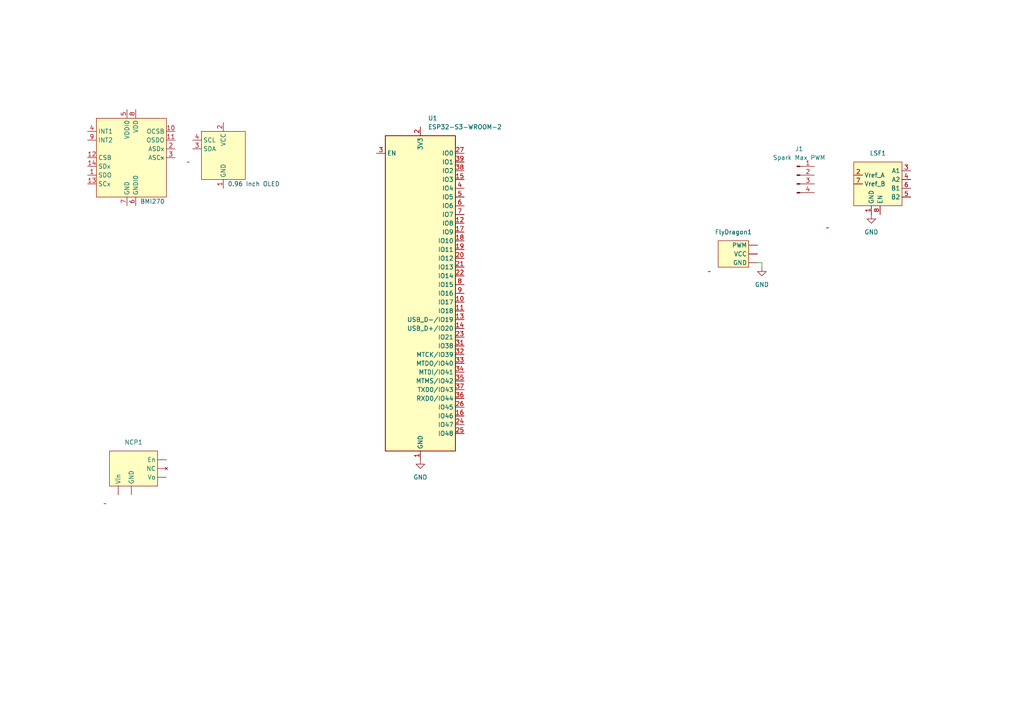
<source format=kicad_sch>
(kicad_sch (version 20230121) (generator eeschema)
  (paper "A4")
  (lib_symbols
    (symbol "0.96InchOLED:0.96_Inch_OLED"
      (property "Reference" "U" (at 2.54 7.62 0))
      (symbol "0.96_Inch_OLED_1_1"
        (rectangle (start -6.35 6.35) (end 6.35 -7.62) (fill (type background)))
        (text "0.96 Inch OLED" (at 1.27 -8.89 0) (effects (font (size 1.27 1.27)) (justify left)))
        (pin power_in line (at 0 -10.16 90) (length 2.54) (name "GND") (number "1"))
        (pin power_in line (at 0 8.89 270) (length 2.54) (name "VCC") (number "2"))
        (pin bidirectional line (at -8.89 1.27 0) (length 2.54) (name "SDA") (number "3"))
        (pin input line (at -8.89 3.81 0) (length 2.54) (name "SCL") (number "4"))
      )
    )
    (symbol "BMI270:BMI270"
      (property "Reference" "U" (at 5.08 13.97 0))
      (symbol "BMI270_1_1"
        (rectangle (start -10.16 12.7) (end 10.16 -10.16) (fill (type background)))
        (text "BMI270" (at 2.54 -11.43 0) (effects (font (size 1.27 1.27)) (justify left)))
        (pin bidirectional line (at -12.7 -3.81 0) (length 2.54) (name "SDO") (number "1"))
        (pin input line (at 12.7 8.89 180) (length 2.54) (name "OCSB") (number "10"))
        (pin output line (at 12.7 6.35 180) (length 2.54) (name "OSDO") (number "11"))
        (pin output line (at -12.7 1.27 0) (length 2.54) (name "CSB") (number "12"))
        (pin input line (at -12.7 -6.35 0) (length 2.54) (name "SCx") (number "13"))
        (pin bidirectional line (at -12.7 -1.27 0) (length 2.54) (name "SDx") (number "14"))
        (pin bidirectional line (at 12.7 3.81 180) (length 2.54) (name "ASDx") (number "2"))
        (pin bidirectional line (at 12.7 1.27 180) (length 2.54) (name "ASCx") (number "3"))
        (pin bidirectional line (at -12.7 8.89 0) (length 2.54) (name "INT1") (number "4"))
        (pin power_in line (at -1.27 15.24 270) (length 2.54) (name "VDDI0") (number "5"))
        (pin power_in line (at 1.27 -12.7 90) (length 2.54) (name "GNDI0") (number "6"))
        (pin power_in line (at -1.27 -12.7 90) (length 2.54) (name "GND") (number "7"))
        (pin power_in line (at 1.27 15.24 270) (length 2.54) (name "VDD") (number "8"))
        (pin bidirectional line (at -12.7 6.35 0) (length 2.54) (name "INT2") (number "9"))
      )
    )
    (symbol "Connector:Conn_01x04_Pin" (pin_names (offset 1.016) hide)
      (property "Reference" "J" (at 0 5.08 0))
      (property "Value" "Conn_01x04_Pin" (at 0 -7.62 0))
      (symbol "Conn_01x04_Pin_1_1"
        (polyline (pts (xy 1.27 -5.08) (xy 0.8636 -5.08)) (stroke (width 0.1524)))
        (polyline (pts (xy 1.27 -2.54) (xy 0.8636 -2.54)) (stroke (width 0.1524)))
        (polyline (pts (xy 1.27 0) (xy 0.8636 0)) (stroke (width 0.1524)))
        (polyline (pts (xy 1.27 2.54) (xy 0.8636 2.54)) (stroke (width 0.1524)))
        (rectangle (start 0.8636 -4.953) (end 0 -5.207) (stroke (width 0.1524)) (fill (type outline)))
        (rectangle (start 0.8636 -2.413) (end 0 -2.667) (stroke (width 0.1524)) (fill (type outline)))
        (rectangle (start 0.8636 0.127) (end 0 -0.127) (stroke (width 0.1524)) (fill (type outline)))
        (rectangle (start 0.8636 2.667) (end 0 2.413) (stroke (width 0.1524)) (fill (type outline)))
        (pin passive line (at 5.08 2.54 180) (length 3.81) (name "Pin_1") (number "1"))
        (pin passive line (at 5.08 0 180) (length 3.81) (name "Pin_2") (number "2"))
        (pin passive line (at 5.08 -2.54 180) (length 3.81) (name "Pin_3") (number "3"))
        (pin passive line (at 5.08 -5.08 180) (length 3.81) (name "Pin_4") (number "4"))
      )
    )
    (symbol "FlyDragon:FlyDragon"
      (property "Reference" "FlyDragon" (at -1.27 -1.27 0))
      (symbol "FlyDragon_1_1"
        (rectangle (start -6.35 7.62) (end 2.54 0) (fill (type background)))
        (pin power_in line (at 5.08 1.27 180) (length 2.54) (name "GND") (number ""))
        (pin input line (at 5.08 6.35 180) (length 2.54) (name "PWM") (number ""))
        (pin power_in line (at 5.08 3.81 180) (length 2.54) (name "VCC") (number ""))
      )
    )
    (symbol "LSF0102:LSF0102"
      (property "Reference" "LSF0102" (at -8.89 -1.27 0))
      (symbol "LSF0102_1_1"
        (rectangle (start -7.62 12.7) (end 6.35 0) (fill (type background)))
        (pin power_in line (at -2.54 -2.54 90) (length 2.54) (name "GND") (number "1"))
        (pin power_in line (at -7.62 8.89 0) (length 2.54) (name "Vref_A") (number "2"))
        (pin bidirectional line (at 8.89 10.16 180) (length 2.54) (name "A1") (number "3"))
        (pin bidirectional line (at 8.89 7.62 180) (length 2.54) (name "A2") (number "4"))
        (pin bidirectional line (at 8.89 2.54 180) (length 2.54) (name "B2") (number "5"))
        (pin bidirectional line (at 8.89 5.08 180) (length 2.54) (name "B1") (number "6"))
        (pin power_in line (at -7.62 6.35 0) (length 2.54) (name "Vref_B") (number "7"))
        (pin input line (at 0 -2.54 90) (length 2.54) (name "EN") (number "8"))
      )
    )
    (symbol "NCP551:NCP551"
      (property "Reference" "NCP551" (at 7.62 -2.54 0))
      (symbol "NCP551_1_1"
        (rectangle (start -5.08 10.16) (end 8.89 0) (fill (type background)))
        (pin input line (at 11.43 7.62 180) (length 2.54) (name "En") (number ""))
        (pin power_in line (at 1.27 -2.54 90) (length 2.54) (name "GND") (number ""))
        (pin no_connect line (at 11.43 5.08 180) (length 2.54) (name "NC") (number ""))
        (pin power_in line (at -2.54 -2.54 90) (length 2.54) (name "Vin") (number ""))
        (pin power_out line (at 11.43 2.54 180) (length 2.54) (name "Vo") (number ""))
      )
    )
    (symbol "RF_Module:ESP32-S3-WROOM-2"
      (property "Reference" "U" (at -10.16 45.72 0))
      (property "Value" "ESP32-S3-WROOM-2" (at 2.54 45.72 0))
      (symbol "ESP32-S3-WROOM-2_0_1"
        (rectangle (start -10.16 45.72) (end 10.16 -45.72) (stroke (width 0.254)) (fill (type background)))
      )
      (symbol "ESP32-S3-WROOM-2_1_1"
        (pin power_in line (at 0 -48.26 90) (length 2.54) (name "GND") (number "1"))
        (pin bidirectional line (at 12.7 -2.54 180) (length 2.54) (name "IO17") (number "10"))
        (pin bidirectional line (at 12.7 -5.08 180) (length 2.54) (name "IO18") (number "11"))
        (pin bidirectional line (at 12.7 20.32 180) (length 2.54) (name "IO8") (number "12"))
        (pin bidirectional line (at 12.7 -7.62 180) (length 2.54) (name "USB_D-/IO19") (number "13"))
        (pin bidirectional line (at 12.7 -10.16 180) (length 2.54) (name "USB_D+/IO20") (number "14"))
        (pin bidirectional line (at 12.7 33.02 180) (length 2.54) (name "IO3") (number "15"))
        (pin bidirectional line (at 12.7 -35.56 180) (length 2.54) (name "IO46") (number "16"))
        (pin bidirectional line (at 12.7 17.78 180) (length 2.54) (name "IO9") (number "17"))
        (pin bidirectional line (at 12.7 15.24 180) (length 2.54) (name "IO10") (number "18"))
        (pin bidirectional line (at 12.7 12.7 180) (length 2.54) (name "IO11") (number "19"))
        (pin power_in line (at 0 48.26 270) (length 2.54) (name "3V3") (number "2"))
        (pin bidirectional line (at 12.7 10.16 180) (length 2.54) (name "IO12") (number "20"))
        (pin bidirectional line (at 12.7 7.62 180) (length 2.54) (name "IO13") (number "21"))
        (pin bidirectional line (at 12.7 5.08 180) (length 2.54) (name "IO14") (number "22"))
        (pin bidirectional line (at 12.7 -12.7 180) (length 2.54) (name "IO21") (number "23"))
        (pin bidirectional line (at 12.7 -38.1 180) (length 2.54) (name "IO47") (number "24"))
        (pin bidirectional line (at 12.7 -40.64 180) (length 2.54) (name "IO48") (number "25"))
        (pin bidirectional line (at 12.7 -33.02 180) (length 2.54) (name "IO45") (number "26"))
        (pin bidirectional line (at 12.7 40.64 180) (length 2.54) (name "IO0") (number "27"))
        (pin no_connect line (at -10.16 -35.56 0) (length 2.54) hide (name "NC") (number "28"))
        (pin no_connect line (at -10.16 -38.1 0) (length 2.54) hide (name "NC") (number "29"))
        (pin input line (at -12.7 40.64 0) (length 2.54) (name "EN") (number "3"))
        (pin no_connect line (at -10.16 -40.64 0) (length 2.54) hide (name "NC") (number "30"))
        (pin bidirectional line (at 12.7 -15.24 180) (length 2.54) (name "IO38") (number "31"))
        (pin bidirectional line (at 12.7 -17.78 180) (length 2.54) (name "MTCK/IO39") (number "32"))
        (pin bidirectional line (at 12.7 -20.32 180) (length 2.54) (name "MTDO/IO40") (number "33"))
        (pin bidirectional line (at 12.7 -22.86 180) (length 2.54) (name "MTDI/IO41") (number "34"))
        (pin bidirectional line (at 12.7 -25.4 180) (length 2.54) (name "MTMS/IO42") (number "35"))
        (pin bidirectional line (at 12.7 -30.48 180) (length 2.54) (name "RXD0/IO44") (number "36"))
        (pin bidirectional line (at 12.7 -27.94 180) (length 2.54) (name "TXD0/IO43") (number "37"))
        (pin bidirectional line (at 12.7 35.56 180) (length 2.54) (name "IO2") (number "38"))
        (pin bidirectional line (at 12.7 38.1 180) (length 2.54) (name "IO1") (number "39"))
        (pin bidirectional line (at 12.7 30.48 180) (length 2.54) (name "IO4") (number "4"))
        (pin passive line (at 0 -48.26 90) (length 2.54) hide (name "GND") (number "40"))
        (pin passive line (at 0 -48.26 90) (length 2.54) hide (name "GND") (number "41"))
        (pin bidirectional line (at 12.7 27.94 180) (length 2.54) (name "IO5") (number "5"))
        (pin bidirectional line (at 12.7 25.4 180) (length 2.54) (name "IO6") (number "6"))
        (pin bidirectional line (at 12.7 22.86 180) (length 2.54) (name "IO7") (number "7"))
        (pin bidirectional line (at 12.7 2.54 180) (length 2.54) (name "IO15") (number "8"))
        (pin bidirectional line (at 12.7 0 180) (length 2.54) (name "IO16") (number "9"))
      )
    )
    (symbol "power:GND" (power) (pin_names (offset 0))
      (property "Value" "GND" (at 0 -3.81 0))
      (symbol "GND_0_1"
        (polyline (pts (xy 0 0) (xy 0 -1.27) (xy 1.27 -1.27) (xy 0 -2.54) (xy -1.27 -1.27) (xy 0 -1.27)))
      )
      (symbol "GND_1_1"
        (pin power_in line (at 0 0 270) (length 0) hide (name "GND") (number "1"))
      )
    )
  )
  (wire (pts (xy 219.71 76.2) (xy 220.98 76.2)))
  (wire (pts (xy 220.98 76.2) (xy 220.98 77.47)))
  (symbol (lib_id "RF_Module:ESP32-S3-WROOM-2") (at 121.92 85.09 0) (unit 1)
    (property "Reference" "U1" (at 124.1141 34.29 0) (effects (justify left)))
    (property "Value" "ESP32-S3-WROOM-2" (at 124.1141 36.83 0) (effects (justify left)))
    (property "Footprint" "RF_Module:ESP32-S3-WROOM-2" (effects hide))
    (property "Datasheet" "https://www.espressif.com/sites/default/files/documentation/esp32-s3-wroom-2_datasheet_en.pdf" (effects hide))
  )
  (symbol (lib_id "power:GND") (at 252.73 62.23 0) (unit 1)
    (property "Reference" "#PWR02" (effects hide))
    (property "Value" "GND" (at 252.73 67.31 0))
  )
  (symbol (lib_id "LSF0102:LSF0102") (at 255.27 59.69 0) (unit 1)
    (property "Reference" "LSF1" (at 254.635 44.45 0))
    (property "Value" "~" (at 240.03 66.04 0))
  )
  (symbol (lib_id "power:GND") (at 220.98 77.47 0) (unit 1)
    (property "Reference" "#PWR03" (effects hide))
    (property "Value" "GND" (at 220.98 82.55 0))
  )
  (symbol (lib_id "Connector:Conn_01x04_Pin") (at 231.14 50.8 0) (unit 1)
    (property "Reference" "J1" (at 231.775 43.18 0))
    (property "Value" "Spark Max PWM" (at 231.775 45.72 0))
    (property "Footprint" "Connector_JST:JST_PH_S4B-PH-K_1x04_P2.00mm_Horizontal" (effects hide))
  )
  (symbol (lib_id "BMI270:BMI270") (at 38.1 46.99 0) (unit 1)
    (property "Reference" "U2" (effects hide))
    (property "Value" "~" (at 46.99 45.72 0))
    (property "Footprint" "Package_LGA:Bosch_LGA-14_3x2.5mm_P0.5mm" (effects hide))
    (property "Datasheet" "https://www.bosch-sensortec.com/media/boschsensortec/downloads/datasheets/bst-bmi270-ds000.pdf" (effects hide))
  )
  (symbol (lib_id "0.96InchOLED:0.96_Inch_OLED") (at 64.77 44.45 0) (unit 1)
    (property "Reference" "U3" (effects hide))
    (property "Value" "~" (at 54.61 46.99 0))
    (property "Footprint" "Connector_PinHeader_2.54mm:PinHeader_1x04_P2.54mm_Vertical" (effects hide))
  )
  (symbol (lib_id "power:GND") (at 121.92 133.35 0) (unit 1)
    (property "Reference" "#PWR01" (effects hide))
    (property "Value" "GND" (at 121.92 138.43 0))
  )
  (symbol (lib_id "FlyDragon:FlyDragon") (at 214.63 77.47 0) (unit 1)
    (property "Reference" "FlyDragon1" (at 212.725 67.31 0))
    (property "Value" "~" (at 205.74 78.74 0))
  )
  (symbol (lib_id "NCP551:NCP551") (at 36.83 140.97 0) (unit 1)
    (property "Reference" "NCP1" (at 38.735 128.27 0))
    (property "Value" "~" (at 30.48 146.05 0))
  )
)
</source>
